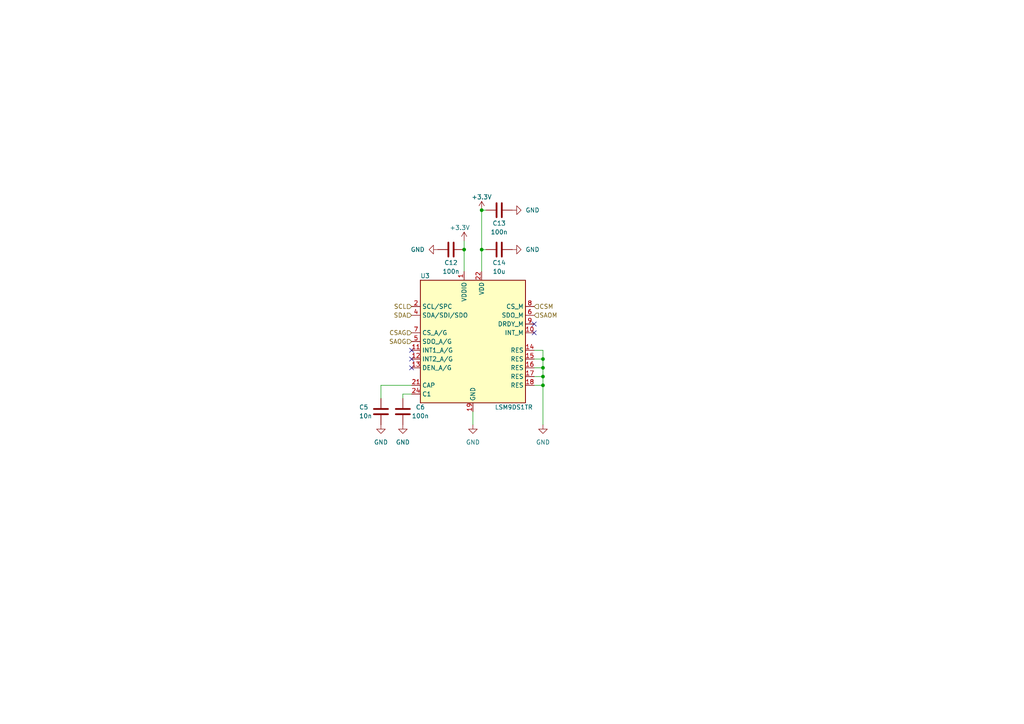
<source format=kicad_sch>
(kicad_sch (version 20231120) (generator "eeschema") (generator_version "8.0")
  (paper "A4")
  (title_block (title "9-DOF Sensor") (date "2024-04-18") (rev "V1") (comment 1 "22619291") (comment 2 "DP Theron"))
  (lib_symbols
    (symbol "Device:C" (pin_numbers hide) (pin_names (offset 0.254))
      (property "Reference" "C" (at 0.635 2.54 0))
      (property "Value" "C" (at 0.635 -2.54 0))
      (symbol "C_0_1"
        (polyline (pts (xy -2.032 -0.762) (xy 2.032 -0.762)) (stroke (width 0.508)))
        (polyline (pts (xy -2.032 0.762) (xy 2.032 0.762)) (stroke (width 0.508)))
      )
      (symbol "C_1_1"
        (pin passive line (at 0 3.81 270) (length 2.794) (name "~") (number "1"))
        (pin passive line (at 0 -3.81 90) (length 2.794) (name "~") (number "2"))
      )
    )
    (symbol "Sensor_Motion:LSM9DS1"
      (property "Reference" "U" (at -15.24 21.59 0))
      (property "Value" "LSM9DS1" (at -15.24 19.05 0))
      (symbol "LSM9DS1_0_1"
        (rectangle (start -15.24 17.78) (end 15.24 -17.78) (stroke (width 0.254)) (fill (type background)))
      )
      (symbol "LSM9DS1_1_1"
        (pin power_in line (at -2.54 20.32 270) (length 2.54) (name "VDDIO") (number "1"))
        (pin output line (at 17.78 2.54 180) (length 2.54) (name "INT_M") (number "10"))
        (pin output line (at -17.78 -2.54 0) (length 2.54) (name "INT1_A/G") (number "11"))
        (pin output line (at -17.78 -5.08 0) (length 2.54) (name "INT2_A/G") (number "12"))
        (pin input line (at -17.78 -7.62 0) (length 2.54) (name "DEN_A/G") (number "13"))
        (pin bidirectional line (at 17.78 -2.54 180) (length 2.54) (name "RES") (number "14"))
        (pin bidirectional line (at 17.78 -5.08 180) (length 2.54) (name "RES") (number "15"))
        (pin bidirectional line (at 17.78 -7.62 180) (length 2.54) (name "RES") (number "16"))
        (pin bidirectional line (at 17.78 -10.16 180) (length 2.54) (name "RES") (number "17"))
        (pin bidirectional line (at 17.78 -12.7 180) (length 2.54) (name "RES") (number "18"))
        (pin power_in line (at 0 -20.32 90) (length 2.54) (name "GND") (number "19"))
        (pin input line (at -17.78 10.16 0) (length 2.54) (name "SCL/SPC") (number "2"))
        (pin passive line (at 0 -20.32 90) (length 2.54) hide (name "GND") (number "20"))
        (pin passive line (at -17.78 -12.7 0) (length 2.54) (name "CAP") (number "21"))
        (pin power_in line (at 2.54 20.32 270) (length 2.54) (name "VDD") (number "22"))
        (pin passive line (at 2.54 20.32 270) (length 2.54) hide (name "VDD") (number "23"))
        (pin passive line (at -17.78 -15.24 0) (length 2.54) (name "C1") (number "24"))
        (pin passive line (at -2.54 20.32 270) (length 2.54) hide (name "VDDIO") (number "3"))
        (pin bidirectional line (at -17.78 7.62 0) (length 2.54) (name "SDA/SDI/SDO") (number "4"))
        (pin output line (at -17.78 0 0) (length 2.54) (name "SDO_A/G") (number "5"))
        (pin output line (at 17.78 7.62 180) (length 2.54) (name "SDO_M") (number "6"))
        (pin input line (at -17.78 2.54 0) (length 2.54) (name "CS_A/G") (number "7"))
        (pin input line (at 17.78 10.16 180) (length 2.54) (name "CS_M") (number "8"))
        (pin output line (at 17.78 5.08 180) (length 2.54) (name "DRDY_M") (number "9"))
      )
    )
    (symbol "power:+3.3V" (power) (pin_names (offset 0))
      (property "Value" "+3.3V" (at 0 3.556 0))
      (symbol "+3.3V_0_1"
        (polyline (pts (xy -0.762 1.27) (xy 0 2.54)))
        (polyline (pts (xy 0 0) (xy 0 2.54)))
        (polyline (pts (xy 0 2.54) (xy 0.762 1.27)))
      )
      (symbol "+3.3V_1_1"
        (pin power_in line (at 0 0 90) (length 0) hide (name "+3.3V") (number "1"))
      )
    )
    (symbol "power:GND" (power) (pin_names (offset 0))
      (property "Value" "GND" (at 0 -3.81 0))
      (symbol "GND_0_1"
        (polyline (pts (xy 0 0) (xy 0 -1.27) (xy 1.27 -1.27) (xy 0 -2.54) (xy -1.27 -1.27) (xy 0 -1.27)))
      )
      (symbol "GND_1_1"
        (pin power_in line (at 0 0 270) (length 0) hide (name "GND") (number "1"))
      )
    )
  )
  (junction (at 139.7 72.39))
  (junction (at 157.48 104.14))
  (junction (at 157.48 109.22))
  (junction (at 157.48 111.76))
  (junction (at 139.7 60.96))
  (junction (at 157.48 106.68))
  (junction (at 134.62 72.39))
  (no_connect (at 119.38 106.68))
  (no_connect (at 154.94 96.52))
  (no_connect (at 154.94 93.98))
  (no_connect (at 119.38 101.6))
  (no_connect (at 119.38 104.14))
  (wire (pts (xy 119.38 111.76) (xy 110.49 111.76)))
  (wire (pts (xy 139.7 72.39) (xy 140.97 72.39)))
  (wire (pts (xy 116.84 114.3) (xy 116.84 115.57)))
  (wire (pts (xy 139.7 72.39) (xy 139.7 78.74)))
  (wire (pts (xy 140.97 60.96) (xy 139.7 60.96)))
  (wire (pts (xy 134.62 72.39) (xy 134.62 78.74)))
  (wire (pts (xy 157.48 104.14) (xy 157.48 106.68)))
  (wire (pts (xy 139.7 60.96) (xy 139.7 72.39)))
  (wire (pts (xy 154.94 111.76) (xy 157.48 111.76)))
  (wire (pts (xy 134.62 69.85) (xy 134.62 72.39)))
  (wire (pts (xy 154.94 106.68) (xy 157.48 106.68)))
  (wire (pts (xy 157.48 106.68) (xy 157.48 109.22)))
  (wire (pts (xy 157.48 109.22) (xy 157.48 111.76)))
  (wire (pts (xy 119.38 114.3) (xy 116.84 114.3)))
  (wire (pts (xy 154.94 109.22) (xy 157.48 109.22)))
  (wire (pts (xy 154.94 104.14) (xy 157.48 104.14)))
  (wire (pts (xy 157.48 111.76) (xy 157.48 123.19)))
  (wire (pts (xy 110.49 111.76) (xy 110.49 115.57)))
  (wire (pts (xy 154.94 101.6) (xy 157.48 101.6)))
  (wire (pts (xy 157.48 101.6) (xy 157.48 104.14)))
  (wire (pts (xy 137.16 123.19) (xy 137.16 119.38)))
  (hierarchical_label "SAOM" (shape input) (at 154.94 91.44 0))
  (hierarchical_label "CSM" (shape input) (at 154.94 88.9 0))
  (hierarchical_label "SDA" (shape input) (at 119.38 91.44 180))
  (hierarchical_label "CSAG" (shape input) (at 119.38 96.52 180))
  (hierarchical_label "SCL" (shape input) (at 119.38 88.9 180))
  (hierarchical_label "SAOG" (shape input) (at 119.38 99.06 180))
  (symbol (lib_id "power:GND") (at 137.16 123.19 0) (unit 1)
    (property "Reference" "#PWR033" (effects (hide yes)))
    (property "Value" "GND" (at 137.16 128.27 0))
  )
  (symbol (lib_id "power:GND") (at 127 72.39 270) (unit 1)
    (property "Reference" "#PWR018" (effects (hide yes)))
    (property "Value" "GND" (at 123.19 72.39 90) (effects (justify right)))
  )
  (symbol (lib_id "Device:C") (at 144.78 72.39 90) (unit 1)
    (property "Reference" "C14" (at 144.78 76.2 90))
    (property "Value" "10u" (at 144.78 78.74 90))
    (property "Footprint" "Capacitor_SMD:C_0402_1005Metric" (effects (hide yes)))
    (property "JLCPCB #" "C668351" (effects (hide yes)))
  )
  (symbol (lib_id "Device:C") (at 110.49 119.38 180) (unit 1)
    (property "Reference" "C5" (at 104.14 118.11 0) (effects (justify right)))
    (property "Value" "10n" (at 104.14 120.65 0) (effects (justify right)))
    (property "Footprint" "Capacitor_SMD:C_0402_1005Metric" (effects (hide yes)))
    (property "JLCPCB #" "C162148" (effects (hide yes)))
  )
  (symbol (lib_id "Device:C") (at 144.78 60.96 90) (unit 1)
    (property "Reference" "C13" (at 144.78 64.77 90))
    (property "Value" "100n" (at 144.78 67.31 90))
    (property "Footprint" "Capacitor_SMD:C_0402_1005Metric" (effects (hide yes)))
    (property "JLCPCB #" "C85953" (effects (hide yes)))
  )
  (symbol (lib_id "Device:C") (at 116.84 119.38 0) (unit 1)
    (property "Reference" "C6" (at 121.92 118.11 0))
    (property "Value" "100n" (at 121.92 120.65 0))
    (property "Footprint" "Capacitor_SMD:C_0402_1005Metric" (effects (hide yes)))
    (property "JLCPCB #" "C85953" (effects (hide yes)))
  )
  (symbol (lib_id "power:+3.3V") (at 139.7 60.96 0) (unit 1)
    (property "Reference" "#PWR034" (effects (hide yes)))
    (property "Value" "+3.3V" (at 139.7 57.15 0))
  )
  (symbol (lib_id "power:GND") (at 110.49 123.19 0) (unit 1)
    (property "Reference" "#PWR03" (effects (hide yes)))
    (property "Value" "GND" (at 110.49 128.27 0))
  )
  (symbol (lib_id "Sensor_Motion:LSM9DS1") (at 137.16 99.06 0) (unit 1)
    (property "Reference" "U3" (at 121.92 80.01 0) (effects (justify left)))
    (property "Value" "LSM9DS1TR" (at 143.51 118.11 0) (effects (justify left)))
    (property "Footprint" "Skripsie:LGA-24L_3x3.5mm_P0.43mm" (effects (hide yes)))
    (property "Datasheet" "https://www.digikey.com/htmldatasheets/production/1639232/0/0/1/LSM9DS1-Datasheet.pdf" (effects (hide yes)))
    (property "JLCPCB #" "C2655096" (effects (hide yes)))
  )
  (symbol (lib_id "power:GND") (at 157.48 123.19 0) (unit 1)
    (property "Reference" "#PWR052" (effects (hide yes)))
    (property "Value" "GND" (at 157.48 128.27 0))
  )
  (symbol (lib_id "power:GND") (at 116.84 123.19 0) (unit 1)
    (property "Reference" "#PWR08" (effects (hide yes)))
    (property "Value" "GND" (at 116.84 128.27 0))
  )
  (symbol (lib_id "Device:C") (at 130.81 72.39 90) (unit 1)
    (property "Reference" "C12" (at 130.81 76.2 90))
    (property "Value" "100n" (at 130.81 78.74 90))
    (property "Footprint" "Capacitor_SMD:C_0402_1005Metric" (effects (hide yes)))
    (property "JLCPCB #" "C85953" (effects (hide yes)))
  )
  (symbol (lib_id "power:GND") (at 148.59 72.39 90) (unit 1)
    (property "Reference" "#PWR051" (effects (hide yes)))
    (property "Value" "GND" (at 152.4 72.39 90) (effects (justify right)))
  )
  (symbol (lib_id "power:GND") (at 148.59 60.96 90) (unit 1)
    (property "Reference" "#PWR050" (effects (hide yes)))
    (property "Value" "GND" (at 152.4 60.96 90) (effects (justify right)))
  )
  (symbol (lib_id "power:+3.3V") (at 134.62 69.85 0) (unit 1)
    (property "Reference" "#PWR019" (effects (hide yes)))
    (property "Value" "+3.3V" (at 133.35 66.04 0))
  )
)
</source>
